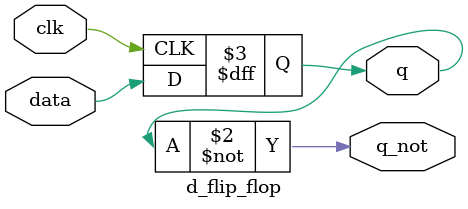
<source format=v>
`default_nettype none
module d_flip_flop (
    input             clk  ,     // Input: clock
    input       data,  // Input: data for the signal
    output   reg q,     // Output: Q
    output wire q_not  // Output: Not Q
);

  // On the rising edge of the clock, the flip-flop captures the input data
  always @(posedge clk)   begin
    q <= data;
  end

  // Not Q is simply the inverse of Q
  assign    q_not = ~q;
endmodule

</source>
